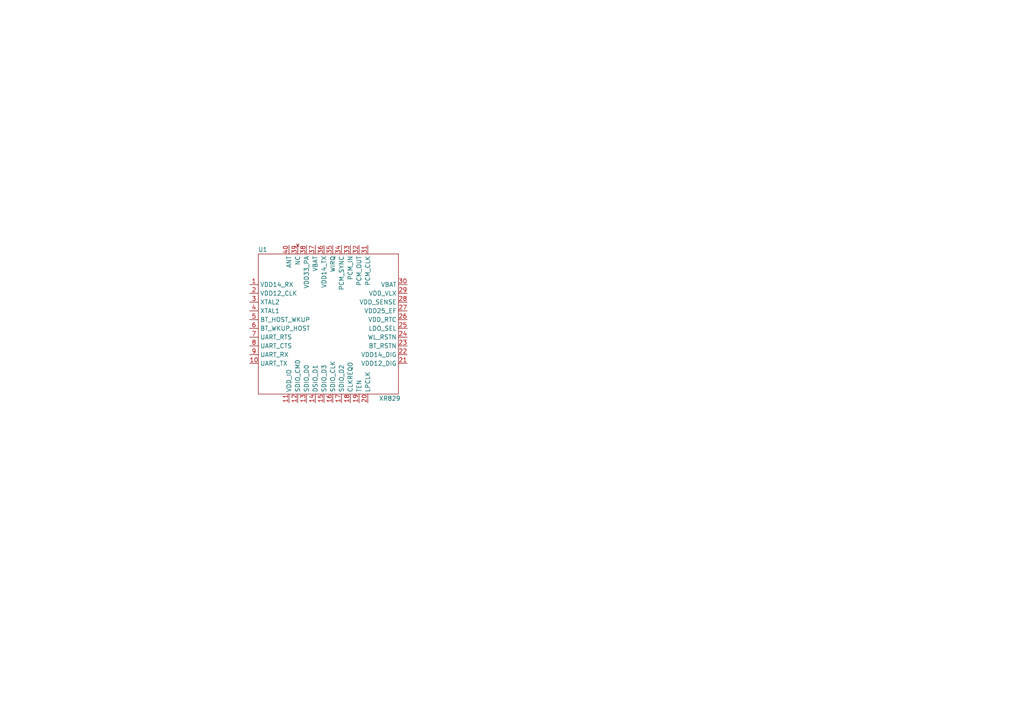
<source format=kicad_sch>
(kicad_sch (version 20230121) (generator eeschema)
  (paper "A4")
  (title_block (title "Allwinner V3s") (date "2023-08-02") (rev "1.0.1"))
  (lib_symbols
    (symbol "v3s_library:XR829"
      (property "Reference" "U" (at 3.81 44.45 0))
      (property "Value" "XR829" (at 40.64 1.27 0))
      (symbol "XR829_0_1"
        (rectangle (start 2.54 43.18) (end 43.18 2.54))
      )
      (symbol "XR829_1_1"
        (pin power_in line (at 0 34.29 0) (length 2.54) (name "VDD14_RX") (number "1"))
        (pin output line (at 0 11.43 0) (length 2.54) (name "UART_TX") (number "10"))
        (pin power_in line (at 11.43 0 90) (length 2.54) (name "VDD_IO") (number "11"))
        (pin bidirectional line (at 13.97 0 90) (length 2.54) (name "SDIO_CMD") (number "12"))
        (pin bidirectional line (at 16.51 0 90) (length 2.54) (name "SDIO_D0") (number "13"))
        (pin bidirectional line (at 19.05 0 90) (length 2.54) (name "DSIO_D1") (number "14"))
        (pin bidirectional line (at 21.59 0 90) (length 2.54) (name "SDIO_D3") (number "15"))
        (pin input line (at 24.13 0 90) (length 2.54) (name "SDIO_CLK") (number "16"))
        (pin bidirectional line (at 26.67 0 90) (length 2.54) (name "SDIO_D2") (number "17"))
        (pin output line (at 29.21 0 90) (length 2.54) (name "CLKREQO") (number "18"))
        (pin input line (at 31.75 0 90) (length 2.54) (name "TEN") (number "19"))
        (pin power_in line (at 0 31.75 0) (length 2.54) (name "VDD12_CLK") (number "2"))
        (pin input line (at 34.29 0 90) (length 2.54) (name "LPCLK") (number "20"))
        (pin power_in line (at 45.72 11.43 180) (length 2.54) (name "VDD12_DIG") (number "21"))
        (pin power_in line (at 45.72 13.97 180) (length 2.54) (name "VDD14_DIG") (number "22"))
        (pin input line (at 45.72 16.51 180) (length 2.54) (name "BT_RSTN") (number "23"))
        (pin input line (at 45.72 19.05 180) (length 2.54) (name "WL_RSTN") (number "24"))
        (pin input line (at 45.72 21.59 180) (length 2.54) (name "LDO_SEL") (number "25"))
        (pin power_in line (at 45.72 24.13 180) (length 2.54) (name "VDD_RTC") (number "26"))
        (pin power_in line (at 45.72 26.67 180) (length 2.54) (name "VDD25_EF") (number "27"))
        (pin power_in line (at 45.72 29.21 180) (length 2.54) (name "VDD_SENSE") (number "28"))
        (pin power_in line (at 45.72 31.75 180) (length 2.54) (name "VDD_VLX") (number "29"))
        (pin passive line (at 0 29.21 0) (length 2.54) (name "XTAL2") (number "3"))
        (pin power_in line (at 45.72 34.29 180) (length 2.54) (name "VBAT") (number "30"))
        (pin bidirectional line (at 34.29 45.72 270) (length 2.54) (name "PCM_CLK") (number "31"))
        (pin output line (at 31.75 45.72 270) (length 2.54) (name "PCM_OUT") (number "32"))
        (pin input line (at 29.21 45.72 270) (length 2.54) (name "PCM_IN") (number "33"))
        (pin bidirectional line (at 26.67 45.72 270) (length 2.54) (name "PCM_SYNC") (number "34"))
        (pin output line (at 24.13 45.72 270) (length 2.54) (name "WIRQ") (number "35"))
        (pin power_in line (at 21.59 45.72 270) (length 2.54) (name "VDD14_TX") (number "36"))
        (pin power_in line (at 19.05 45.72 270) (length 2.54) (name "VBAT") (number "37"))
        (pin power_in line (at 16.51 45.72 270) (length 2.54) (name "VDD33_PA") (number "38"))
        (pin no_connect line (at 13.97 45.72 270) (length 2.54) (name "NC") (number "39"))
        (pin passive line (at 0 26.67 0) (length 2.54) (name "XTAL1") (number "4"))
        (pin bidirectional line (at 11.43 45.72 270) (length 2.54) (name "ANT") (number "40"))
        (pin input line (at 0 24.13 0) (length 2.54) (name "BT_HOST_WKUP") (number "5"))
        (pin output line (at 0 21.59 0) (length 2.54) (name "BT_WKUP_HOST") (number "6"))
        (pin input line (at 0 19.05 0) (length 2.54) (name "UART_RTS") (number "7"))
        (pin input line (at 0 16.51 0) (length 2.54) (name "UART_CTS") (number "8"))
        (pin input line (at 0 13.97 0) (length 2.54) (name "UART_RX") (number "9"))
      )
    )
  )
  (symbol (lib_id "v3s_library:XR829") (at 72.39 116.84 0) (unit 1)
    (property "Reference" "U1" (at 76.2 72.39 0))
    (property "Value" "XR829" (at 113.03 115.57 0))
  )
)
</source>
